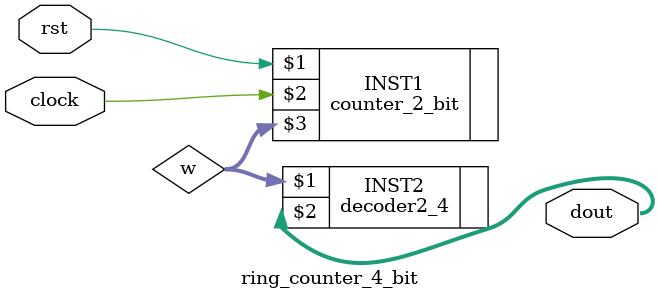
<source format=v>
module ring_counter_4_bit(input rst, clock, output [3:0] dout); 
    wire [1:0] w; 
    counter_2_bit INST1(rst, clock, w); 
    decoder2_4 INST2(w, dout); 
endmodule 
</source>
